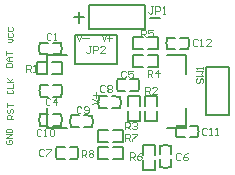
<source format=gto>
%FSLAX25Y25*%
%MOIN*%
G70*
G01*
G75*
%ADD10C,0.05118*%
%ADD11R,0.05906X0.02165*%
%ADD12R,0.02165X0.02559*%
%ADD13R,0.02559X0.02165*%
%ADD14R,0.02362X0.02756*%
%ADD15R,0.02756X0.02362*%
%ADD16C,0.00787*%
%ADD17C,0.01181*%
%ADD18C,0.01969*%
%ADD19R,0.00197X0.00630*%
%ADD20R,0.78740X0.00315*%
%ADD21C,0.05906*%
%ADD22O,0.03500X0.05000*%
%ADD23C,0.01969*%
%ADD24R,0.01378X0.11811*%
%ADD25R,0.03600X0.03600*%
%ADD26R,0.03600X0.05000*%
%ADD27R,0.01575X0.03937*%
%ADD28R,0.05118X0.05118*%
%ADD29R,0.00787X0.02362*%
%ADD30R,0.00787X0.03150*%
%ADD31R,0.02362X0.00787*%
%ADD32R,0.03150X0.00787*%
%ADD33C,0.00500*%
%ADD34C,0.00591*%
%ADD35C,0.00394*%
D16*
X30048Y50223D02*
Y58097D01*
Y50223D02*
X48710D01*
Y58097D01*
X30048D02*
X48710D01*
X69194Y21457D02*
Y37598D01*
X76674Y21457D02*
Y37598D01*
X69194Y21457D02*
X76674D01*
X69194Y37598D02*
X76674D01*
X26687Y55775D02*
Y52402D01*
X25000Y54088D02*
X28374D01*
X50472Y53813D02*
X53846D01*
D33*
X13769Y45714D02*
G03*
X13694Y41778I4907J-2063D01*
G01*
X20625Y41785D02*
G03*
X20622Y45684I-4864J1945D01*
G01*
X20771Y27736D02*
G03*
X20846Y31672I-4907J2063D01*
G01*
X13915Y31665D02*
G03*
X13918Y27766I4864J-1945D01*
G01*
X46471Y29536D02*
G03*
X46546Y33472I-4907J2063D01*
G01*
X39615Y33465D02*
G03*
X39618Y29566I4864J-1945D01*
G01*
X57574Y11153D02*
G03*
X53638Y11229I-2063J-4907D01*
G01*
X53645Y4297D02*
G03*
X57544Y4300I1945J4864D01*
G01*
X19349Y10902D02*
G03*
X19274Y6966I4907J-2063D01*
G01*
X26205Y6973D02*
G03*
X26202Y10872I-4864J1945D01*
G01*
X33529Y27734D02*
G03*
X33454Y23798I4907J-2063D01*
G01*
X40385Y23805D02*
G03*
X40382Y27704I-4864J1945D01*
G01*
X24159Y21404D02*
G03*
X24084Y17468I4907J-2063D01*
G01*
X31015Y17475D02*
G03*
X31012Y21374I-4864J1945D01*
G01*
X13849Y21954D02*
G03*
X13774Y18018I4907J-2063D01*
G01*
X20705Y18025D02*
G03*
X20702Y21924I-4864J1945D01*
G01*
X63081Y43441D02*
G03*
X63156Y47376I-4907J2063D01*
G01*
X56225Y47370D02*
G03*
X56228Y43471I4864J-1945D01*
G01*
X59359Y18014D02*
G03*
X59284Y14078I4907J-2063D01*
G01*
X66215Y14085D02*
G03*
X66212Y17984I-4864J1945D01*
G01*
X13771Y45719D02*
X16451D01*
X13692Y41781D02*
X16451D01*
X18138Y45719D02*
X20624D01*
X18026Y41781D02*
X20624D01*
X18089Y27731D02*
X20769D01*
X18089Y31668D02*
X20848D01*
X13916Y27731D02*
X16402D01*
X13916Y31668D02*
X16514D01*
X43789Y29531D02*
X46469D01*
X43789Y33468D02*
X46548D01*
X39616Y29531D02*
X42102D01*
X39616Y33468D02*
X42214D01*
X57578Y8472D02*
Y11151D01*
X53641Y8472D02*
Y11230D01*
X57539Y4298D02*
X57578Y6897D01*
X53641Y4298D02*
Y6897D01*
X19351Y10906D02*
X22031D01*
X19273Y6969D02*
X22031D01*
X23606Y10906D02*
X26204Y10867D01*
X23606Y6969D02*
X26204D01*
X33531Y27738D02*
X36211D01*
X33452Y23801D02*
X36211D01*
X37786Y27738D02*
X40384Y27699D01*
X37786Y23801D02*
X40384D01*
X24161Y21408D02*
X26841D01*
X24082Y17471D02*
X26841D01*
X28416Y21408D02*
X31014Y21369D01*
X28416Y17471D02*
X31014D01*
X13851Y21959D02*
X16531D01*
X13772Y18022D02*
X16531D01*
X18106Y21959D02*
X20704Y21919D01*
X18106Y18022D02*
X20704D01*
X60399Y43436D02*
X63079D01*
X60399Y47373D02*
X63158D01*
X56226Y43476D02*
X58824Y43436D01*
X56226Y47373D02*
X58824D01*
X59361Y18019D02*
X62041D01*
X59282Y14082D02*
X62041D01*
X63616Y18019D02*
X66214Y17979D01*
X63616Y14082D02*
X66214D01*
D34*
X25322Y38539D02*
Y48381D01*
X39377Y38539D02*
Y48381D01*
X25322Y38539D02*
X39377D01*
X25322Y48381D02*
X39377D01*
X16190Y41693D02*
X22677D01*
X56081D02*
X62568D01*
Y35206D02*
Y41693D01*
Y17362D02*
Y23849D01*
X56081Y17362D02*
X62568D01*
X16190D02*
X22677D01*
X16190D02*
Y23849D01*
Y35206D02*
Y41693D01*
X17795Y35142D02*
X21141D01*
Y39079D01*
X17795D02*
X21141D01*
X12874Y35142D02*
X16220D01*
X12874D02*
Y39079D01*
X16220D01*
X48761Y19566D02*
Y22913D01*
Y19566D02*
X52698D01*
Y22913D01*
X48761Y24487D02*
Y27834D01*
X52698D01*
Y24487D02*
Y27834D01*
X43012Y19566D02*
Y22913D01*
Y19566D02*
X46949D01*
Y22913D01*
X43012Y24487D02*
Y27834D01*
X46949D01*
Y24487D02*
Y27834D01*
X49647Y37661D02*
X52994D01*
Y41598D01*
X49647D02*
X52994D01*
X44726Y37661D02*
X48073D01*
X44726D02*
Y41598D01*
X48073D01*
X44726Y47418D02*
X48073D01*
X44726Y43481D02*
Y47418D01*
Y43481D02*
X48073D01*
X49647Y47418D02*
X52994D01*
Y43481D02*
Y47418D01*
X49647Y43481D02*
X52994D01*
X52069Y8177D02*
Y11524D01*
X48131D02*
X52069D01*
X48131Y8177D02*
Y11524D01*
X52069Y3256D02*
Y6603D01*
X48131Y3256D02*
X52069D01*
X48131D02*
Y6603D01*
X38077Y12641D02*
X41424D01*
Y16578D01*
X38077D02*
X41424D01*
X33156Y12641D02*
X36503D01*
X33156D02*
Y16578D01*
X36503D01*
X38077Y7012D02*
X41424D01*
Y10949D01*
X38077D02*
X41424D01*
X33156Y7012D02*
X36503D01*
X33156D02*
Y10949D01*
X36503D01*
D35*
X34291Y48267D02*
X35041Y46299D01*
X35791Y48267D02*
X35041Y46299D01*
X36887Y47986D02*
Y46299D01*
X36044Y47143D02*
X37731D01*
X2481Y37520D02*
X4449D01*
Y38504D01*
X4121Y38832D01*
X2809D01*
X2481Y38504D01*
Y37520D01*
X4449Y39487D02*
X3137D01*
X2481Y40143D01*
X3137Y40799D01*
X4449D01*
X3465D01*
Y39487D01*
X2481Y41455D02*
Y42767D01*
Y42111D01*
X4449D01*
X3006Y30052D02*
X2678Y29724D01*
Y29068D01*
X3006Y28740D01*
X4318D01*
X4646Y29068D01*
Y29724D01*
X4318Y30052D01*
X2678Y30708D02*
X4646D01*
Y32020D01*
X2678Y32676D02*
X4646D01*
X3990D01*
X2678Y33988D01*
X3662Y33004D01*
X4646Y33988D01*
X4803Y20276D02*
X2835D01*
Y21260D01*
X3163Y21587D01*
X3819D01*
X4147Y21260D01*
Y20276D01*
Y20932D02*
X4803Y21587D01*
X3163Y23555D02*
X2835Y23227D01*
Y22571D01*
X3163Y22243D01*
X3491D01*
X3819Y22571D01*
Y23227D01*
X4147Y23555D01*
X4475D01*
X4803Y23227D01*
Y22571D01*
X4475Y22243D01*
X2835Y24211D02*
Y25523D01*
Y24867D01*
X4803D01*
X51456Y57755D02*
X50669D01*
X51063D01*
Y55787D01*
X50669Y55394D01*
X50275D01*
X49882Y55787D01*
X52243Y55394D02*
Y57755D01*
X53424D01*
X53818Y57362D01*
Y56574D01*
X53424Y56181D01*
X52243D01*
X54605Y55394D02*
X55392D01*
X54998D01*
Y57755D01*
X54605Y57362D01*
X30708Y44684D02*
X29921D01*
X30315D01*
Y42716D01*
X29921Y42323D01*
X29527D01*
X29134Y42716D01*
X31495Y42323D02*
Y44684D01*
X32676D01*
X33070Y44291D01*
Y43504D01*
X32676Y43110D01*
X31495D01*
X35431Y42323D02*
X33857D01*
X35431Y43897D01*
Y44291D01*
X35037Y44684D01*
X34250D01*
X33857Y44291D01*
X27598Y7598D02*
Y9960D01*
X28779D01*
X29173Y9566D01*
Y8779D01*
X28779Y8386D01*
X27598D01*
X28386D02*
X29173Y7598D01*
X29960Y9566D02*
X30353Y9960D01*
X31141D01*
X31534Y9566D01*
Y9173D01*
X31141Y8779D01*
X31534Y8386D01*
Y7992D01*
X31141Y7598D01*
X30353D01*
X29960Y7992D01*
Y8386D01*
X30353Y8779D01*
X29960Y9173D01*
Y9566D01*
X30353Y8779D02*
X31141D01*
X42126Y13032D02*
Y15393D01*
X43307D01*
X43700Y14999D01*
Y14212D01*
X43307Y13819D01*
X42126D01*
X42913D02*
X43700Y13032D01*
X44487Y15393D02*
X46062D01*
Y14999D01*
X44487Y13425D01*
Y13032D01*
X43701Y6732D02*
Y9094D01*
X44881D01*
X45275Y8700D01*
Y7913D01*
X44881Y7519D01*
X43701D01*
X44488D02*
X45275Y6732D01*
X47637Y9094D02*
X46849Y8700D01*
X46062Y7913D01*
Y7126D01*
X46456Y6732D01*
X47243D01*
X47637Y7126D01*
Y7519D01*
X47243Y7913D01*
X46062D01*
X47451Y47644D02*
Y50006D01*
X48632D01*
X49025Y49612D01*
Y48825D01*
X48632Y48432D01*
X47451D01*
X48238D02*
X49025Y47644D01*
X51386Y50006D02*
X49812D01*
Y48825D01*
X50599Y49219D01*
X50993D01*
X51386Y48825D01*
Y48038D01*
X50993Y47644D01*
X50206D01*
X49812Y48038D01*
X49646Y34291D02*
Y36653D01*
X50826D01*
X51220Y36259D01*
Y35472D01*
X50826Y35078D01*
X49646D01*
X50433D02*
X51220Y34291D01*
X53188D02*
Y36653D01*
X52007Y35472D01*
X53581D01*
X42047Y16772D02*
Y19133D01*
X43228D01*
X43622Y18740D01*
Y17952D01*
X43228Y17559D01*
X42047D01*
X42834D02*
X43622Y16772D01*
X44409Y18740D02*
X44802Y19133D01*
X45589D01*
X45983Y18740D01*
Y18346D01*
X45589Y17952D01*
X45196D01*
X45589D01*
X45983Y17559D01*
Y17165D01*
X45589Y16772D01*
X44802D01*
X44409Y17165D01*
X48858Y28622D02*
Y30983D01*
X50039D01*
X50433Y30590D01*
Y29803D01*
X50039Y29409D01*
X48858D01*
X49645D02*
X50433Y28622D01*
X52794D02*
X51220D01*
X52794Y30196D01*
Y30590D01*
X52400Y30983D01*
X51613D01*
X51220Y30590D01*
X9173Y36024D02*
Y38385D01*
X10354D01*
X10747Y37991D01*
Y37204D01*
X10354Y36811D01*
X9173D01*
X9960D02*
X10747Y36024D01*
X11535D02*
X12322D01*
X11928D01*
Y38385D01*
X11535Y37991D01*
X60669Y8503D02*
X60275Y8897D01*
X59488D01*
X59095Y8503D01*
Y6929D01*
X59488Y6535D01*
X60275D01*
X60669Y6929D01*
X63030Y8897D02*
X62243Y8503D01*
X61456Y7716D01*
Y6929D01*
X61849Y6535D01*
X62637D01*
X63030Y6929D01*
Y7323D01*
X62637Y7716D01*
X61456D01*
X35433Y31102D02*
X35039Y31495D01*
X34252D01*
X33858Y31102D01*
Y29527D01*
X34252Y29134D01*
X35039D01*
X35433Y29527D01*
X36220Y31102D02*
X36613Y31495D01*
X37400D01*
X37794Y31102D01*
Y30708D01*
X37400Y30315D01*
X37794Y29921D01*
Y29527D01*
X37400Y29134D01*
X36613D01*
X36220Y29527D01*
Y29921D01*
X36613Y30315D01*
X36220Y30708D01*
Y31102D01*
X36613Y30315D02*
X37400D01*
X14212Y16574D02*
X13818Y16968D01*
X13031D01*
X12638Y16574D01*
Y15000D01*
X13031Y14606D01*
X13818D01*
X14212Y15000D01*
X14999Y14606D02*
X15786D01*
X15393D01*
Y16968D01*
X14999Y16574D01*
X16967D02*
X17361Y16968D01*
X18148D01*
X18541Y16574D01*
Y15000D01*
X18148Y14606D01*
X17361D01*
X16967Y15000D01*
Y16574D01*
X66182Y33779D02*
X65788Y33385D01*
Y32598D01*
X66182Y32205D01*
X66575D01*
X66969Y32598D01*
Y33385D01*
X67362Y33779D01*
X67756D01*
X68150Y33385D01*
Y32598D01*
X67756Y32205D01*
X65788Y34566D02*
X68150D01*
X67362Y35353D01*
X68150Y36140D01*
X65788D01*
X68150Y36928D02*
Y37715D01*
Y37321D01*
X65788D01*
X66182Y36928D01*
X15118Y9921D02*
X14724Y10314D01*
X13937D01*
X13543Y9921D01*
Y8346D01*
X13937Y7953D01*
X14724D01*
X15118Y8346D01*
X15905Y10314D02*
X17479D01*
Y9921D01*
X15905Y8346D01*
Y7953D01*
X27558Y24055D02*
X27165Y24448D01*
X26378D01*
X25984Y24055D01*
Y22480D01*
X26378Y22087D01*
X27165D01*
X27558Y22480D01*
X28346D02*
X28739Y22087D01*
X29526D01*
X29920Y22480D01*
Y24055D01*
X29526Y24448D01*
X28739D01*
X28346Y24055D01*
Y23661D01*
X28739Y23267D01*
X29920D01*
X17519Y48503D02*
X17126Y48897D01*
X16339D01*
X15945Y48503D01*
Y46929D01*
X16339Y46535D01*
X17126D01*
X17519Y46929D01*
X18306Y46535D02*
X19094D01*
X18700D01*
Y48897D01*
X18306Y48503D01*
X17191Y26746D02*
X16797Y27139D01*
X16010D01*
X15617Y26746D01*
Y25172D01*
X16010Y24778D01*
X16797D01*
X17191Y25172D01*
X19159Y24778D02*
Y27139D01*
X17978Y25959D01*
X19553D01*
X42440Y36009D02*
X42046Y36403D01*
X41259D01*
X40866Y36009D01*
Y34435D01*
X41259Y34041D01*
X42046D01*
X42440Y34435D01*
X44802Y36403D02*
X43227D01*
Y35222D01*
X44014Y35616D01*
X44408D01*
X44802Y35222D01*
Y34435D01*
X44408Y34041D01*
X43621D01*
X43227Y34435D01*
X2897Y13123D02*
X2569Y12795D01*
Y12139D01*
X2897Y11811D01*
X4209D01*
X4537Y12139D01*
Y12795D01*
X4209Y13123D01*
X3553D01*
Y12467D01*
X4537Y13779D02*
X2569D01*
X4537Y15091D01*
X2569D01*
Y15747D02*
X4537D01*
Y16731D01*
X4209Y17059D01*
X2897D01*
X2569Y16731D01*
Y15747D01*
X2914Y45748D02*
X4226D01*
X4882Y46404D01*
X4226Y47060D01*
X2914D01*
X3242Y49028D02*
X2914Y48700D01*
Y48044D01*
X3242Y47716D01*
X4554D01*
X4882Y48044D01*
Y48700D01*
X4554Y49028D01*
X3242Y50996D02*
X2914Y50668D01*
Y50012D01*
X3242Y49684D01*
X4554D01*
X4882Y50012D01*
Y50668D01*
X4554Y50996D01*
X66377Y46574D02*
X65984Y46968D01*
X65197D01*
X64803Y46574D01*
Y45000D01*
X65197Y44606D01*
X65984D01*
X66377Y45000D01*
X67165Y44606D02*
X67952D01*
X67558D01*
Y46968D01*
X67165Y46574D01*
X70707Y44606D02*
X69132D01*
X70707Y46181D01*
Y46574D01*
X70313Y46968D01*
X69526D01*
X69132Y46574D01*
X69448Y16928D02*
X69055Y17322D01*
X68268D01*
X67874Y16928D01*
Y15354D01*
X68268Y14961D01*
X69055D01*
X69448Y15354D01*
X70236Y14961D02*
X71023D01*
X70629D01*
Y17322D01*
X70236Y16928D01*
X72203Y14961D02*
X72991D01*
X72597D01*
Y17322D01*
X72203Y16928D01*
X25787Y48621D02*
X26687Y46260D01*
X27587Y48621D02*
X26687Y46260D01*
X27890Y47272D02*
X29915D01*
X31064Y25157D02*
X33425Y26057D01*
X31064Y26957D02*
X33425Y26057D01*
X31401Y28273D02*
X33425D01*
X32413Y27261D02*
Y29285D01*
M02*

</source>
